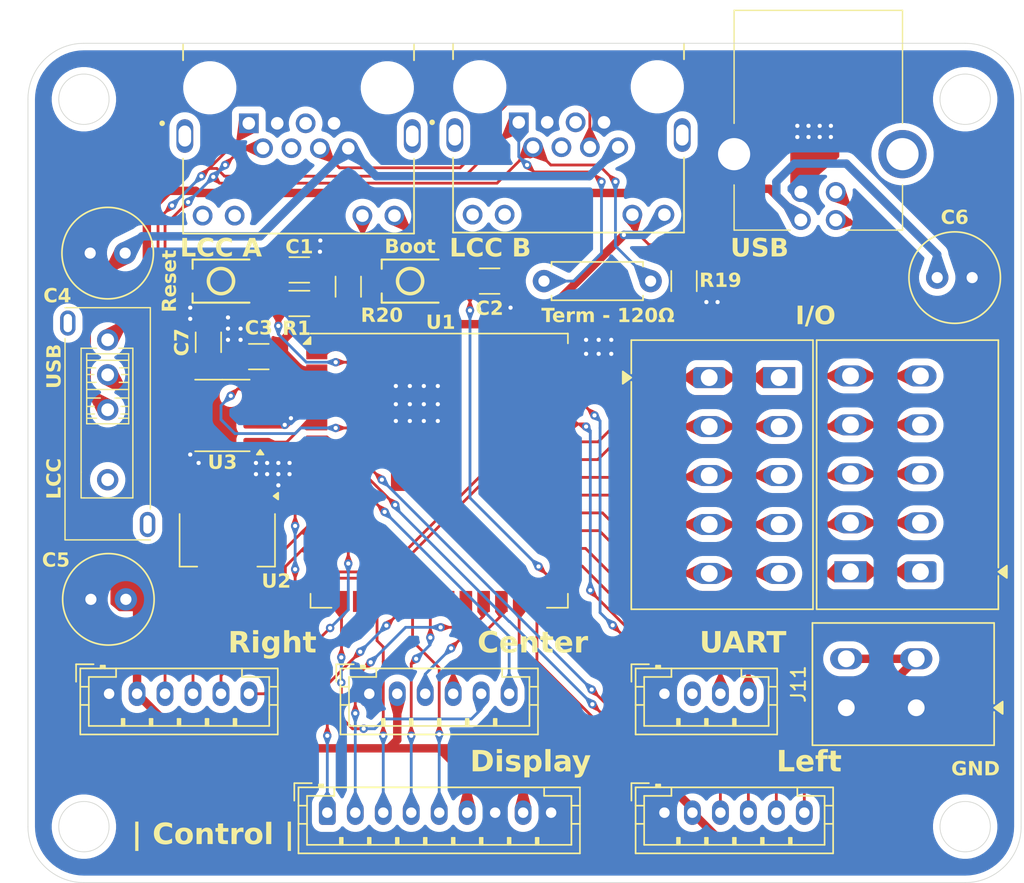
<source format=kicad_pcb>
(kicad_pcb (version 20241229) (generator "pcbnew") (generator_version "9.0")
  (layers (0 "F.Cu" signal) (2 "B.Cu" signal) (13 "F.Paste" user) (15 "B.Paste" user) (5 "F.SilkS" user "F.Silkscreen") (7 "B.SilkS" user "B.Silkscreen") (1 "F.Mask" user) (3 "B.Mask" user) (25 "Edge.Cuts" user))
  (net 0 "")
  (net 1 "/EN")
  (net 2 "GND")
  (net 3 "Net-(U1-IO0)")
  (net 4 "+3.3V")
  (net 5 "+15V")
  (net 6 "+5V")
  (net 7 "/LED_D_C")
  (net 8 "/INT")
  (net 9 "/RESET_DSP")
  (net 10 "/A0")
  (net 11 "/SCK")
  (net 12 "/CS_DSP")
  (net 13 "/PICO")
  (net 14 "/CAN_L")
  (net 15 "/CAN_H")
  (net 16 "Net-(J3-Pad11)")
  (net 17 "Net-(J2-Pad11)")
  (net 18 "/USB_D+")
  (net 19 "/CAN_TXD")
  (net 20 "/CAN_RXD")
  (net 21 "/RXD0")
  (net 22 "/TXD0")
  (net 23 "/LED_D_L")
  (net 24 "/USB_D-")
  (net 25 "Net-(SW3-B)")
  (net 27 "/SCL")
  (net 28 "/SDA")
  (net 29 "/SW2_L")
  (net 30 "/SW1_L")
  (net 31 "/SW1_R")
  (net 32 "/SW2_R")
  (net 33 "/LED_D_R")
  (net 35 "/CAN_SHIELD")
  (net 43 "/GPIO5")
  (net 44 "/GPIO1")
  (net 45 "/GPIO2")
  (net 46 "/GPIO3")
  (net 47 "/GPIO4")
  (net 48 "/GPIO9")
  (net 49 "/GPIO8")
  (net 50 "/GPIO10")
  (net 52 "/POT_R")
  (net 53 "/POT_L")
  (net 54 "/GPIO7")
  (net 55 "/GPIO6")
  (footprint "footprints:TE Connectivity_292304_USB_B" (layer "F.Cu") (at 112.5 56.925 180)
    (property "Reference" "J1" (hide yes))
    (property "Value" "USB_B" (hide yes))
  )
  (footprint "Capacitor_THT:C_Radial_D6.3mm_H7.0mm_P2.50mm" (layer "F.Cu") (at 62.95 64 180)
    (property "Reference" "C4")
    (property "Value" "100u")
  )
  (footprint "Capacitor_THT:C_Radial_D6.3mm_H7.0mm_P2.50mm" (layer "F.Cu") (at 63 88.75 180)
    (property "Reference" "C5")
    (property "Value" "100u")
  )
  (footprint "Resistor_SMD:R_1206_3216Metric" (layer "F.Cu") (at 78.9 66.4 90)
    (property "Reference" "R20")
    (property "Value" "150")
  )
  (footprint "Capacitor_SMD:C_1206_3216Metric" (layer "F.Cu") (at 72.5 71.4 180)
    (property "Reference" "C3")
    (property "Value" "100n")
  )
  (footprint "Connector_JST:JST_PH_B6B-PH-K_1x06_P2.00mm_Vertical" (layer "F.Cu") (at 80.4 95.5)
    (property "Reference" "J6" (hide yes))
    (property "Value" "JST PH")
  )
  (footprint "Capacitor_THT:C_Radial_D6.3mm_H7.0mm_P2.50mm" (layer "F.Cu") (at 121 65.75)
    (property "Reference" "C6")
    (property "Value" "100u")
  )
  (footprint "footprints:SW-SMD_L3.9-W3.0-P4.45" (layer "F.Cu") (at 69.8 66)
    (property "Reference" "SW1" (hide yes))
    (property "Value" "Reset")
  )
  (footprint "Capacitor_SMD:C_1206_3216Metric" (layer "F.Cu") (at 75.4 65.2)
    (property "Reference" "C1")
    (property "Value" "100n")
  )
  (footprint "Resistor_SMD:R_1206_3216Metric" (layer "F.Cu") (at 102.9 66 90)
    (property "Reference" "R19")
    (property "Value" "150")
  )
  (footprint "Capacitor_SMD:C_1206_3216Metric" (layer "F.Cu") (at 89 66)
    (property "Reference" "C2")
    (property "Value" "100n")
  )
  (footprint "footprints:PHOENIX_1337243" (layer "F.Cu") (at 102.899 46.78 180)
    (property "Reference" "J3" (hide yes))
    (property "Value" "RJ45_LED_Shielded")
  )
  (footprint "Package_TO_SOT_SMD:SOT-223-3_TabPin2" (layer "F.Cu") (at 70.25 84.5 -90)
    (property "Reference" "U2")
    (property "Value" "AMS1117-3.3")
  )
  (footprint "footprints:SW-SMD_L3.9-W3.0-P4.45" (layer "F.Cu") (at 83.32 66)
    (property "Reference" "SW2" (hide yes))
    (property "Value" "Boot")
  )
  (footprint "footprints:SW-TH_SS13E05LX" (layer "F.Cu") (at 61.7 76.2 -90)
    (property "Reference" "SW3" (hide yes))
    (property "Value" "PWR Sel")
  )
  (footprint "footprints:TerminalBlock_WAGO_2601-3105_1x05_P3.50mm_Vertical" (layer "F.Cu") (at 104.7 72.9 -90)
    (property "Reference" "J4" (hide yes))
    (property "Value" "Conn_01x07")
  )
  (footprint "Connector_JST:JST_PH_B6B-PH-K_1x06_P2.00mm_Vertical" (layer "F.Cu") (at 61.8 95.5)
    (property "Reference" "J8" (hide yes))
    (property "Value" "JST PH")
  )
  (footprint "Package_SO:SOIC-8_3.9x4.9mm_P1.27mm" (layer "F.Cu") (at 69.9 75.605 180)
    (property "Reference" "U3")
    (property "Value" "TJA1051T")
  )
  (footprint "Capacitor_SMD:C_1206_3216Metric" (layer "F.Cu") (at 68.9 70.375 90)
    (property "Reference" "C7")
    (property "Value" "100n")
  )
  (footprint "Connector_JST:JST_PH_B6B-PH-K_1x06_P2.00mm_Vertical" (layer "F.Cu") (at 101.5 104)
    (property "Reference" "J7" (hide yes))
    (property "Value" "JST PH")
  )
  (footprint "Connector_JST:JST_PH_B9B-PH-K_1x09_P2.00mm_Vertical" (layer "F.Cu") (at 77.4 104)
    (property "Reference" "J9" (hide yes))
    (property "Value" "JST PH")
  )
  (footprint "footprints:PHOENIX_1337243" (layer "F.Cu") (at 83.599 46.85 180)
    (property "Reference" "J2" (hide yes))
    (property "Value" "RJ45_LED_Shielded")
  )
  (footprint "Resistor_THT:R_Axial_DIN0207_L6.3mm_D2.5mm_P7.62mm_Horizontal" (layer "F.Cu") (at 92.89 66)
    (property "Reference" "R2" (hide yes))
    (property "Value" "120")
  )
  (footprint "footprints:TerminalBlock_WAGO_2601-3102_1x02_P3.50mm_Vertical" (layer "F.Cu") (at 119.5 96.5 90)
    (property "Reference" "J11")
    (property "Value" "Conn_01x02")
  )
  (footprint "Resistor_SMD:R_1206_3216Metric" (layer "F.Cu") (at 75.4 67.6 180)
    (property "Reference" "R1")
    (property "Value" "10k")
  )
  (footprint "footprints:TerminalBlock_WAGO_2601-3105_1x05_P3.50mm_Vertical" (layer "F.Cu") (at 119.801 86.78 90)
    (property "Reference" "J5" (hide yes))
    (property "Value" "Conn_01x07")
  )
  (footprint "Connector_JST:JST_PH_B4B-PH-K_1x04_P2.00mm_Vertical" (layer "F.Cu") (at 101.5 95.5)
    (property "Reference" "J10" (hide yes))
    (property "Value" "JST PH")
  )
  (footprint "footprints:ESP32-S3-WROOM-1U" (layer "F.Cu") (at 85.4 79.55)
    (property "Reference" "U1")
    (property "Value" "ESP32-S3-WROOM-1")
  )
  (gr_line (start 56 105) (end 56 53) (stroke (width 0.05)) (layer "Edge.Cuts"))
  (gr_circle (center 123 105) (end 124.8 105) (stroke (width 0.05)) (fill no) (layer "Edge.Cuts"))
  (gr_arc (start 60 109) (mid 57.171573 107.828427) (end 56 105) (stroke (width 0.05)) (layer "Edge.Cuts"))
  (gr_circle (center 60 53) (end 61.8 53) (stroke (width 0.05)) (fill no) (layer "Edge.Cuts"))
  (gr_arc (start 56 53) (mid 57.171573 50.171573) (end 60 49) (stroke (width 0.05)) (layer "Edge.Cuts"))
  (gr_line (start 127 53) (end 127 105) (stroke (width 0.05)) (layer "Edge.Cuts"))
  (gr_line (start 60 49) (end 123 49) (stroke (width 0.05)) (layer "Edge.Cuts"))
  (gr_arc (start 123 49) (mid 125.828427 50.171573) (end 127 53) (stroke (width 0.05)) (layer "Edge.Cuts"))
  (gr_line (start 123 109) (end 60 109) (stroke (width 0.05)) (layer "Edge.Cuts"))
  (gr_circle (center 60 105) (end 61.8 105) (stroke (width 0.05)) (fill no) (layer "Edge.Cuts"))
  (gr_circle (center 123 53) (end 124.8 53) (stroke (width 0.05)) (fill no) (layer "Edge.Cuts"))
  (gr_arc (start 127 105) (mid 125.828427 107.828427) (end 123 109) (stroke (width 0.05)) (layer "Edge.Cuts"))
  (gr_text "Display" (at 87.6 101.3 0) (layer "F.SilkS") (effects (font (size 1.5 1.5) (thickness 0.2) (bold yes)) (justify left bottom)))
  (gr_text "| Control |" (at 63.4 106.5 0) (layer "F.SilkS") (effects (font (size 1.5 1.5) (thickness 0.3) (bold yes) (italic yes)) (justify left bottom)))
  (gr_text "UART" (at 104 92.8 0) (layer "F.SilkS") (effects (font (size 1.5 1.5) (thickness 0.2) (bold yes)) (justify left bottom)))
  (gr_text "I/O" (at 112.3 69.3 0) (layer "F.SilkS") (effects (font (size 1.3 1.3) (thickness 0.2) (bold yes)) (justify bottom)))
  (gr_text "LCC B" (at 89.05 64.46 0) (layer "F.SilkS") (effects (font (size 1.3 1.3) (thickness 0.2) (bold yes)) (justify bottom)))
  (gr_text "Term - 120Ω" (at 92.7 69.1 0) (layer "F.SilkS") (effects (font (size 1 1) (thickness 0.1)) (justify left bottom)))
  (gr_text "Boot" (at 83.32 64.160977 0) (layer "F.SilkS") (effects (font (size 1 1) (thickness 0.1)) (justify bottom)))
  (gr_text "USB" (at 108.3 64.46 0) (layer "F.SilkS") (effects (font (size 1.3 1.3) (thickness 0.2) (bold yes)) (justify bottom)))
  (gr_text "USB" (at 58.5 73.7 90) (layer "F.SilkS") (effects (font (size 1 1) (thickness 0.3) (bold yes)) (justify left bottom)))
  (gr_text "Right" (at 70.3 92.8 0) (layer "F.SilkS") (effects (font (size 1.5 1.5) (thickness 0.2) (bold yes)) (justify left bottom)))
  (gr_text "Left" (at 109.5 101.3 0) (layer "F.SilkS") (effects (font (size 1.5 1.5) (thickness 0.2) (bold yes)) (justify left bottom)))
  (gr_text "Reset" (at 66.75 66 90) (layer "F.SilkS") (effects (font (size 1 1) (thickness 0.1)) (justify bottom)))
  (gr_text "GND" (at 122 101.5 0) (layer "F.SilkS") (effects (font (size 1 1) (thickness 0.2) (bold yes)) (justify left bottom)))
  (gr_text "LCC A" (at 69.8 64.46 0) (layer "F.SilkS") (effects (font (size 1.3 1.3) (thickness 0.2) (bold yes)) (justify bottom)))
  (gr_text "LCC" (at 58.5 81.6 90) (layer "F.SilkS") (effects (font (size 1 1) (thickness 0.3) (bold yes)) (justify left bottom)))
  (gr_text "Center" (at 88.127565 92.8 0) (layer "F.SilkS") (effects (font (size 1.5 1.5) (thickness 0.2) (bold yes)) (justify left bottom)))
  (segment (start 78 71.8) (end 78.8 71.8) (width 0.2) (layer "F.Cu") (net 1))
  (segment (start 73.9 69.2) (end 73.9 67.6375) (width 0.2) (layer "F.Cu") (net 1))
  (segment (start 73.925 67.5875) (end 73.9375 67.6) (width 0.2) (layer "F.Cu") (net 1))
  (segment (start 71.98 66) (end 73.725 66) (width 0.2) (layer "F.Cu") (net 1))
  (segment (start 79.2 72.2) (end 79.2 73.3) (width 0.2) (layer "F.Cu") (net 1))
  (segment (start 73.925 66.2) (end 73.925 67.5875) (width 0.2) (layer "F.Cu") (net 1))
  (segment (start 79.2 73.3) (end 78.82 73.68) (width 0.2) (layer "F.Cu") (net 1))
  (segment (start 73.925 65.2) (end 73.925 66.2) (width 0.2) (layer "F.Cu") (net 1))
  (segment (start 73.9 67.6375) (end 73.9375 67.6) (width 0.2) (layer "F.Cu") (net 1))
  (segment (start 73.725 66) (end 73.925 66.2) (width 0.2) (layer "F.Cu") (net 1))
  (segment (start 73.9375 69.1625) (end 73.9 69.2) (width 0.2) (layer "F.Cu") (net 1))
  (segment (start 78.8 71.8) (end 79.2 72.2) (width 0.2) (layer "F.Cu") (net 1))
  (segment (start 78.82 73.68) (end 76.65 73.68) (width 0.2) (layer "F.Cu") (net 1))
  (via (at 73.9 69.2) (size 0.6) (drill 0.3) (layers "F.Cu" "B.Cu") (net 1))
  (via (at 78 71.8) (size 0.6) (drill 0.3) (layers "F.Cu" "B.Cu") (net 1))
  (segment (start 73.9 69.8) (end 73.9 69.2) (width 0.2) (layer "B.Cu") (net 1))
  (segment (start 77.6 71.8) (end 78 71.8) (width 0.2) (layer "B.Cu") (net 1))
  (segment (start 75.9 71.8) (end 73.9 69.8) (width 0.2) (layer "B.Cu") (net 1))
  (segment (start 77.6 71.8) (end 75.9 71.8) (width 0.2) (layer "B.Cu") (net 1))
  (segment (start 102.9 67.4625) (end 102.9375 67.5) (width 0.6) (layer "F.Cu") (net 2))
  (segment (start 90.475 67.875) (end 90.5 67.9) (width 0.2) (layer "F.Cu") (net 2))
  (segment (start 78.075 66.4) (end 76.875 65.2) (width 0.6) (layer "F.Cu") (net 2))
  (segment (start 76.875 65.2) (end 76.875 63.9) (width 0.6) (layer "F.Cu") (net 2))
  (segment (start 74.8 75.834251) (end 74.8 75.8) (width 0.6) (layer "F.Cu") (net 2))
  (segment (start 81.14 66) (end 80.1 66) (width 0.6) (layer "F.Cu") (net 2))
  (segment (start 78.075 67.0375) (end 78.075 66.4) (width 0.6) (layer "F.Cu") (net 2))
  (segment (start 74.319921 76.24) (end 74.357086 76.277165) (width 0.6) (layer "F.Cu") (net 2))
  (segment (start 90.475 66) (end 90.475 67.875) (width 0.2) (layer "F.Cu") (net 2))
  (segment (start 76.875 63.125) (end 76.9 63.1) (width 0.6) (layer "F.Cu") (net 2))
  (segment (start 67.62 67.5) (end 67.62 68.08) (width 0.2) (layer "F.Cu") (net 2))
  (segment (start 74.06 76.24) (end 74.319921 76.24) (width 0.6) (layer "F.Cu") (net 2))
  (segment (start 67.62 68.08) (end 67.6 68.1) (width 0.2) (layer "F.Cu") (net 2))
  (segment (start 102.9375 67.5) (end 104.5 67.5) (width 0.6) (layer "F.Cu") (net 2))
  (segment (start 76.875 63.9) (end 76.875 63.125) (width 0.6) (layer "F.Cu") (net 2))
  (segment (start 78.9 67.8625) (end 78.075 67.0375) (width 0.6) (layer "F.Cu") (net 2))
  (segment (start 79.7 66.4) (end 78.075 66.4) (width 0.6) (layer "F.Cu") (net 2))
  (segment (start 80.1 66) (end 79.7 66.4) (width 0.6) (layer "F.Cu") (net 2))
  (segment (start 72.375 76.24) (end 74.06 76.24) (width 0.6) (layer "F.Cu") (net 2))
  (segment (start 74.357086 76.277165) (end 74.8 75.834251) (width 0.6) (layer "F.Cu") (net 2))
  (segment (start 67.62 66) (end 67.62 67.5) (width 0.2) (layer "F.Cu") (net 2))
  (segment (start 104.5 67.5) (end 105.3 67.5) (width 0.6) (layer "F.Cu") (net 2))
  (via (at 111.8 54.9) (size 0.6) (drill 0.3) (layers "F.Cu" "B.Cu") (net 2))
  (via (at 97.7 71.2) (size 0.6) (drill 0.3) (layers "F.Cu" "B.Cu") (net 2))
  (via (at 85.3 76) (size 0.6) (drill 0.3) (layers "F.Cu" "B.Cu") (net 2))
  (via (at 73.1 79.8) (size 0.6) (drill 0.3) (layers "F.Cu" "B.Cu") (net 2))
  (via (at 95.9 70.2) (size 0.6) (drill 0.3) (layers "F.Cu" "B.Cu") (net 2))
  (via (at 84.3 73.5) (size 0.6) (drill 0.3) (layers "F.Cu" "B.Cu") (net 2))
  (via (at 82.3 73.5) (size 0.6) (drill 0.3) (layers "F.Cu" "B.Cu") (net 2))
  (via (at 73.1 79) (size 0.6) (drill 0.3) (layers "F.Cu" "B.Cu") (net 2))
  (via (at 84.3 74.8) (size 0.6) (drill 0.3) (layers "F.Cu" "B.Cu") (net 2))
  (via (at 95.9 71.2) (size 0.6) (drill 0.3) (layers "F.Cu" "B.Cu") (net 2))
  (via (at 83.3 76) (size 0.6) (drill 0.3) (layers "F.Cu" "B.Cu") (net 2))
  (via (at 67.6 67.9) (size 0.6) (drill 0.3) (layers "F.Cu" "B.Cu") (net 2))
  (via (at 74.7 79.8) (size 0.6) (drill 0.3) (layers "F.Cu" "B.Cu") (net 2))
  (via (at 96.8 71.2) (size 0.6) (drill 0.3) (layers "F.Cu" "B.Cu") (net 2))
  (via (at 70.3 70.2) (size 0.6) (drill 0.3) (layers "F.Cu" "B.Cu") (net 2))
  (via (at 70.3 69.4) (size 0.6) (drill 0.3) (layers "F.Cu" "B.Cu") (net 2))
  (via (at 113.4 55.7) (size 0.6) (drill 0.3) (layers "F.Cu" "B.Cu") (net 2))
  (via (at 83.3 73.5) (size 0.6) (drill 0.3) (layers "F.Cu" "B.Cu") (net 2))
  (via (at 85.3 74.8) (size 0.6) (drill 0.3) (layers "F.Cu" "B.Cu") (net 2))
  (via (at 73.9 80.6) (size 0.6) (drill 0.3) (layers "F.Cu" "B.Cu") (net 2))
  (via (at 71.2 70.2) (size 0.6) (drill 0.3) (layers "F.Cu" "B.Cu") (net 2))
  (via (at 82.3 74.8) (size 0.6) (drill 0.3) (layers "F.Cu" "B.Cu") (net 2))
  (via (at 83.3 74.8) (size 0.6) (drill 0.3) (layers "F.Cu" "B.Cu") (net 2))
  (via (at 68.2 79) (size 0.6) (drill 0.3) (layers "F.Cu" "B.Cu") (net 2))
  (via (at 111 54.9) (size 0.6) (drill 0.3) (layers "F.Cu" "B.Cu") (net 2))
  (via (at 85.3 73.5) (size 0.6) (drill 0.3) (layers "F.Cu" "B.Cu") (net 2))
  (via (at 111.8 55.7) (size 0.6) (drill 0.3) (layers "F.Cu" "B.Cu") (net 2))
  (via (at 74.357086 76.277165) (size 0.6) (drill 0.3) (layers "F.Cu" "B.Cu") (net 2))
  (via (at 71.2 69.4) (size 0.6) (drill 0.3) (layers "F.Cu" "B.Cu") (net 2))
  (via (at 104.5 67.5) (size 0.6) (drill 0.3) (layers "F.Cu" "B.Cu") (net 2))
  (via (at 96.8 70.2) (size 0.6) (drill 0.3) (layers "F.Cu" "B.Cu") (net 2))
  (via (at 84.3 76) (size 0.6) (drill 0.3) (layers "F.Cu" "B.Cu") (net 2))
  (via (at 67.6 68.7) (size 0.6) (drill 0.3) (layers "F.Cu" "B.Cu") (net 2))
  (via (at 67.6 78.4) (size 0.6) (drill 0.3) (layers "F.Cu" "B.Cu") (net 2))
  (via (at 90.5 67.9) (size 0.6) (drill 0.3) (layers "F.Cu" "B.Cu") (net 2))
  (via (at 112.6 54.9) (size 0.6) (drill 0.3) (layers "F.Cu" "B.Cu") (net 2))
  (via (at 111 55.7) (size 0.6) (drill 0.3) (layers "F.Cu" "B.Cu") (net 2))
  (via (at 113.4 54.9) (size 0.6) (drill 0.3) (layers "F.Cu" "B.Cu") (net 2))
  (via (at 112.6 55.7) (size 0.6) (drill 0.3) (layers "F.Cu" "B.Cu") (net 2))
  (via (at 74.8 75.8) (size 0.6) (drill 0.3) (layers "F.Cu" "B.Cu") (net 2))
  (via (at 105.3 67.5) (size 0.6) (drill 0.3) (layers "F.Cu" "B.Cu") (net 2))
  (via (at 76.875 63.9) (size 0.6) (drill 0.3) (layers "F.Cu" "B.Cu") (net 2))
  (via (at 76.9 63.1) (size 0.6) (drill 0.3) (layers "F.Cu" "B.Cu") (net 2))
  (via (at 70.3 68.6) (size 0.6) (drill 0.3) (layers "F.Cu" "B.Cu") (net 2))
  (via (at 73.9 79.8) (size 0.6) (drill 0.3) (layers "F.Cu" "B.Cu") (net 2))
  (via (at 72.3 79.8) (size 0.6) (drill 0.3) (layers "F.Cu" "B.Cu") (net 2))
  (via (at 74.7 79) (size 0.6) (drill 0.3) (layers "F.Cu" "B.Cu") (net 2))
  (via (at 73.9 79) (size 0.6) (drill 0.3) (layers "F.Cu" "B.Cu") (net 2))
  (via (at 97.7 70.2) (size 0.6) (drill 0.3) (layers "F.Cu" "B.Cu") (net 2))
  (via (at 72.3 79) (size 0.6) (drill 0.3) (layers "F.Cu" "B.Cu") (net 2))
  (via (at 82.3 76) (size 0.6) (drill 0.3) (layers "F.Cu" "B.Cu") (net 2))
  (segment (start 87.6 66.075) (end 87.525 66) (width 0.2) (layer "F.Cu") (net 3))
  (segment (start 87.6 68.1) (end 87.6 66.075) (width 0.2) (layer "F.Cu") (net 3))
  (segment (start 93.75 87.65) (end 92.5 86.4) (width 0.2) (layer "F.Cu") (net 3))
  (segment (start 94.15 87.65) (end 93.75 87.65) (width 0.2) (layer "F.Cu") (net 3))
  (segment (start 87.525 66) (end 85.5 66) (width 0.2) (layer "F.Cu") (net 3))
  (via (at 87.6 68.1) (size 0.6) (drill 0.3) (layers "F.Cu" "B.Cu") (net 3))
  (via (at 92.5 86.4) (size 0.6) (drill 0.3) (layers "F.Cu" "B.Cu") (net 3))
  (segment (start 87.6 68.1) (end 87.6 81.5) (width 0.2) (layer "B.Cu") (net 3))
  (segment (start 87.6 81.5) (end 92.5 86.4) (width 0.2) (layer "B.Cu") (net 3))
  (segment (start 117 95.5) (end 119.5 93) (width 0.6) (layer "F.Cu") (net 4))
  (segment (start 91.4 101.4) (end 89.4 99.4) (width 0.6) (layer "F.Cu") (net 4))
  (segment (start 117 101.5) (end 117 95.5) (width 0.6) (layer "F.Cu") (net 4))
  (segment (start 101.2 101.4) (end 103.5 103.7) (width 0.6) (layer "F.Cu") (net 4))
  (segment (start 81.8 99.4) (end 82.4 99.4) (width 0.6) (layer "F.Cu") (net 4))
  (segment (start 81.61875 69.08125) (end 83.1 67.6) (width 0.6) (layer "F.Cu") (net 4))
  (segment (start 75.38125 69.08125) (end 81.61875 69.08125) (width 0.6) (layer "F.Cu") (net 4))
  (segment (start 85.4 99.4) (end 89.4 99.4) (width 0.6) (layer "F.Cu") (net 4))
  (segment (start 92.21875 69.08125) (end 93.1 68.2) (width 0.6) (layer "F.Cu") (net 4))
  (segment (start 95.5 99.4) (end 97.5 101.4) (width 0.6) (layer "F.Cu") (net 4))
  (segment (start 63.8 95.5) (end 63.8 89.3) (width 0.6) (layer "F.Cu") (net 4))
  (segment (start 82.4 99.4) (end 85.4 99.4) (width 0.6) (layer "F.Cu") (net 4))
  (segment (start 76.8625 67.6) (end 75.38125 69.08125) (width 0.6) (layer "F.Cu") (net 4))
  (segment (start 97.5 101.4) (end 101.2 101.4) (width 0.6) (layer "F.Cu") (net 4))
  (segment (start 103.5 104) (end 105.5 106) (width 0.6) (layer "F.Cu") (net 4))
  (segment (start 87.4 104) (end 87.4 101.4) (width 0.6) (layer "F.Cu") (net 4))
  (segment (start 103.5 103.7) (end 103.5 104) (width 0.6) (layer "F.Cu") (net 4))
  (segment (start 93.1 68.2) (end 98.6 62.7) (width 0.6) (layer "F.Cu") (net 4))
  (segment (start 74 70.4) (end 74.0625 70.4) (width 0.6) (layer "F.Cu") (net 4))
  (segment (start 89.4 99.4) (end 95.5 99.4) (width 0.6) (layer "F.Cu") (net 4))
  (segment (start 81.61875 69.08125) (end 86.18125 69.08125) (width 0.6) (layer "F.Cu") (net 4))
  (segment (start 112.5 106) (end 117 101.5) (width 0.6) (layer "F.Cu") (net 4))
  (segment (start 83.1 67.6) (end 83.1 62.221) (width 0.6) (layer "F.Cu") (net 4))
  (segment (start 86.18125 69.08125) (end 92.21875 69.08125) (width 0.6) (layer "F.Cu") (net 4))
  (segment (start 67.7 99.4) (end 81.8 99.4) (width 0.6) (layer "F.Cu") (net 4))
  (segment (start 87.4 101.4) (end 85.4 99.4) (width 0.6) (layer "F.Cu") (net 4))
  (segment (start 83.1 62.221) (end 82.199 61.32) (width 0.6) (layer "F.Cu") (net 4))
  (segment (start 91.4 104) (end 91.4 101.4) (width 0.6) (layer "F.Cu") (net 4))
  (segment (start 75.38125 69.08125) (end 74.0625 70.4) (width 0.6) (layer "F.Cu") (net 4))
  (segment (start 105.5 106) (end 112.5 106) (width 0.6) (layer "F.Cu") (net 4))
  (segment (start 114.5 93) (end 119.5 93) (width 0.6) (layer "F.Cu") (net 4))
  (segment (start 82.4 95.5) (end 82.4 98.8) (width 0.6) (layer "F.Cu") (net 4))
  (segment (start 82.4 98.8) (end 81.8 99.4) (width 0.6) (layer "F.Cu") (net 4))
  (segment (start 63.8 95.5) (end 67.7 99.4) (width 0.6) (layer "F.Cu") (net 4))
  (via (at 98.6 62.7) (size 0.6) (drill 0.3) (layers "F.Cu" "B.Cu") (net 4))
  (segment (start 98.6 62.7) (end 100.049 62.7) (width 0.6) (layer "B.Cu") (net 4))
  (segment (start 100.049 62.7) (end 101.499 61.25) (width 0.6) (layer "B.Cu") (net 4))
  (segment (start 61.7 75.2) (end 60.2 73.7) (width 0.6) (layer "F.Cu") (net 5))
  (segment (start 60.2 66.75) (end 62.95 64) (width 0.6) (layer "F.Cu") (net 5))
  (segment (start 60.2 73.7) (end 60.2 66.75) (width 0.6) (layer "F.Cu") (net 5))
  (segment (start 62.95 64) (end 64.15 62.8) (width 0.6) (layer "B.Cu") (net 5))
  (segment (start 80.9 58.5) (end 96.13 58.5) (width 0.6) (layer "B.Cu") (net 5))
  (segment (start 78.9 56.5) (end 80.9 58.5) (width 0.6) (layer "B.Cu") (net 5))
  (segment (start 72.6 62.8) (end 78.9 56.5) (width 0.6) (layer "B.Cu") (net 5))
  (segment (start 64.15 62.8) (end 72.6 62.8) (width 0.6) (layer "B.Cu") (net 5))
  (segment (start 96.13 58.5) (end 98.2 56.43) (width 0.6) (layer "B.Cu") (net 5))
  (segment (start 64.5 67.4) (end 61.7 70.2) (width 0.6) (layer "F.Cu") (net 6))
  (segment (start 68.15 59.7) (end 67.999 59.549) (width 0.6) (layer "F.Cu") (net 6))
  (segment (start 67.999 59.549) (end 66.051 59.549) (width 0.6) (layer "F.Cu") (net 6))
  (segment (start 109.015 59.4) (end 102.4 59.4) (width 0.6) (layer "F.Cu") (net 6))
  (segment (start 64.5 61.1) (end 64.5 67.4) (width 0.6) (layer "F.Cu") (net 6))
  (segment (start 66.051 59.549) (end 64.5 61.1) (width 0.6) (layer "F.Cu") (net 6))
  (segment (start 102.4 59.4) (end 102.1 59.7) (width 0.6) (layer "F.Cu") (net 6))
  (segment (start 111.25 61.635) (end 109.015 59.4) (width 0.6) (layer "F.Cu") (net 6))
  (segment (start 102.1 59.7) (end 68.15 59.7) (width 0.6) (layer "F.Cu") (net 6))
  (segment (start 110.8 57.6) (end 109.5 58.9) (width 0.6) (layer "B.Cu") (net 6))
  (segment (start 121 65.75) (end 121 64.1) (width 0.6) (layer "B.Cu") (net 6))
  (segment (start 111 61.885) (end 111.25 61.635) (width 0.6) (layer "B.Cu") (net 6))
  (segment (start 109.5 58.9) (end 109.5 59.885) (width 0.6) (layer "B.Cu") (net 6))
  (segment (start 114.5 57.6) (end 110.8 57.6) (width 0.6) (layer "B.Cu") (net 6))
  (segment (start 121 64.1) (end 114.5 57.6) (width 0.6) (layer "B.Cu") (net 6))
  (segment (start 111.2 61.685) (end 111.25 61.635) (width 0.6) (layer "B.Cu") (net 6))
  (segment (start 109.5 59.885) (end 111.25 61.635) (width 0.6) (layer "B.Cu") (net 6))
  (segment (start 79.03 80.03) (end 81.5 82.5) (width 0.2) (layer "F.Cu") (net 7))
  (segment (start 76.65 80.03) (end 79.03 80.03) (width 0.2) (layer "F.Cu") (net 7))
  (via (at 81.5 82.5) (size 0.6) (drill 0.3) (layers "F.Cu" "B.Cu") (net 7))
  (segment (start 81.5 82.5) (end 90.4 91.4) (width 0.2) (layer "B.Cu") (net 7))
  (segment (start 90.4 91.4) (end 90.4 95.5) (width 0.2) (layer "B.Cu") (net 7))
  (segment (start 79.2 98) (end 79.5 98) (width 0.2) (layer "F.Cu") (net 8))
  (segment (start 78.4 94.7) (end 78.4 95.8) (width 0.2) (layer "F.Cu") (net 8))
  (segment (start 79.5 98) (end 80 98) (width 0.2) (layer "F.Cu") (net 8))
  (segment (start 78.4 96) (end 78.4 97.2) (width 0.2) (layer "F.Cu") (net 8))
  (segment (start 78.415 88.9) (end 78.415 90.285) (width 0.2) (layer "F.Cu") (net 8))
  (segment (start 78.415 90.285) (end 78.415 92.215) (width 0.2) (layer "F.Cu") (net 8))
  (segment (start 78.4 97.2) (end 79.2 98) (width 0.2) (layer "F.Cu") (net 8))
  (segment (start 78.4 95.8) (end 78.4 96) (width 0.2) (layer "F.Cu") (net 8))
  (segment (start 78.415 92.215) (end 78.415 92.885) (width 0.2) (layer "F.Cu") (net 8))
  (segment (start 78.415 92.885) (end 78.4 92.9) (width 0.2) (layer "F.Cu") (net 8))
  (via (at 78.4 92.9) (size 0.6) (drill 0.3) (layers "F.Cu" "B.Cu") (net 8))
  (via (at 78.4 94.7) (size 0.6) (drill 0.3) (layers "F.Cu" "B.Cu") (net 8))
  (via (at 80 98) (size 0.6) (drill 0.3) (layers "F.Cu" "B.Cu") (net 8))
  (segment (start 80 98) (end 80.8 98) (width 0.2) (layer "B.Cu") (net 8))
  (segment (start 88.4 96.6) (end 88.4 95.5) (width 0.2) (layer "B.Cu") (net 8))
  (segment (start 81.5 97.3) (end 87.7 97.3) (width 0.2) (layer "B.Cu") (net 8))
  (segment (start 78.4 92.9) (end 78.4 94.7) (width 0.2) (layer "B.Cu") (net 8))
  (segment (start 87.7 97.3) (end 88.4 96.6) (width 0.2) (layer "B.Cu") (net 8))
  (segment (start 80.8 98) (end 81.5 97.3) (width 0.2) (layer "B.Cu") (net 8))
  (segment (start 85.5 90.75) (end 86.405 90.75) (width 0.2) (layer "F.Cu") (net 9))
  (segment (start 79.4 96.9) (end 79.4 94.35) (width 0.2) (layer "F.Cu") (net 9))
  (segment (start 87.305 89.85) (end 87.305 88.9) (width 0.2) (layer "F.Cu") (net 9))
  (segment (start 86.405 90.75) (end 87.305 89.85) (width 0.2) (layer "F.Cu") (net 9))
  (segment (start 79.4 94.35) (end 80.5 93.25) (width 0.2) (layer "F.Cu") (net 9))
  (via (at 79.4 96.9) (size 0.6) (drill 0.3) (layers "F.Cu" "B.Cu") (net 9))
  (via (at 85.5 90.75) (size 0.6) (drill 0.3) (layers "F.Cu" "B.Cu") (net 9))
  (via (at 80.5 93.25) (size 0.6) (drill 0.3) (layers "F.Cu" "B.Cu") (net 9))
  (segment (start 79.4 96.9) (end 79.4 104) (width 0.2) (layer "B.Cu") (net 9))
  (segment (start 80.5 93.25) (end 83 90.75) (width 0.2) (layer "B.Cu") (net 9))
  (segment (start 83 90.75) (end 85.5 90.75) (width 0.2) (layer "B.Cu") (net 9))
  (segment (start 81.399265 93.199265) (end 81.4 93.2) (width 0.2) (layer "F.Cu") (net 10))
  (segment (start 81.4 92.15) (end 80.955 91.705) (width 0.2) (layer "F.Cu") (net 10))
  (segment (start 81.4 93.19853) (end 81.399265 93.199265) (width 0.2) (layer "F.Cu") (net 10))
  (segment (start 81.4 93.2) (end 81.4 98.5) (width 0.2) (layer "F.Cu") (net 10))
  (segment (start 80.955 91.705) (end 80.955 88.9) (width 0.2) (layer "F.Cu") (net 10))
  (segment (start 81.4 92.15) (end 81.4 93.19853) (width 0.2) (layer "F.Cu") (net 10))
  (via (at 81.4 98.5) (size 0.6) (drill 0.3) (layers "F.Cu" "B.Cu") (net 10))
  (segment (start 81.4 98.5) (end 81.4 104) (width 0.2) (layer "B.Cu") (net 10))
  (segment (start 83.5 93.25) (end 83.75 93) (width 0.2) (layer "F.Cu") (net 11))
  (segment (start 83.4 93.35) (end 83.5 93.25) (width 0.2) (layer "F.Cu") (net 11))
  (segment (start 84.765 88.9) (end 84.765 91.485) (width 0.2) (layer "F.Cu") (net 11))
  (segment (start 83.4 93.35) (end 83.4 98.5) (width 0.2) (layer "F.Cu") (net 11))
  (segment (start 84.765 91.485) (end 84.75 91.5) (width 0.2) (layer "F.Cu") (net 11))
  (via (at 84.765 91.485) (size 0.6) (drill 0.3) (layers "F.Cu" "B.Cu") (net 11))
  (via (at 83.4 98.5) (size 0.6) (drill 0.3) (layers "F.Cu" "B.Cu") (net 11))
  (via (at 83.75 93) (size 0.6) (drill 0.3) (layers "F.Cu" "B.Cu") (net 11))
  (segment (start 83.75 93) (end 84.75 92) (width 0.2) (layer "B.Cu") (net 11))
  (segment (start 84.75 91.5) (end 84.765 91.485) (width 0.2) (layer "B.Cu") (net 11))
  (segment (start 83.4 98.5) (end 83.4 104) (width 0.2) (layer "B.Cu") (net 11))
  (segment (start 84.75 92) (end 84.75 91.5) (width 0.2) (layer "B.Cu") (net 11))
  (segment (start 77.4 94.85) (end 77.4 98.5) (width 0.2) (layer "F.Cu") (net 12))
  (segment (start 82.225 90.025) (end 82.225 88.9) (width 0.2) (layer "F.Cu") (net 12))
  (segment (start 81.625 90.625) (end 82.225 90.025) (width 0.2) (layer "F.Cu") (net 12))
  (segment (start 77.4 94.85) (end 79.75 92.5) (width 0.2) (layer "F.Cu") (net 12))
  (via (at 77.4 98.5) (size 0.6) (drill 0.3) (layers "F.Cu" "B.Cu") (net 12))
  (via (at 79.75 92.5) (size 0.6) (drill 0.3) (layers "F.Cu" "B.Cu") (net 12))
  (via (at 81.625 90.625) (size 0.6) (drill 0.3) (layers "F.Cu" "B.Cu") (net 12))
  (segment (start 79.75 92.5) (end 81.625 90.625) (width 0.2) (layer "B.Cu") (net 12))
  (segment (start 77.4 98.5) (end 77.4 104) (width 0.2) (layer "B.Cu") (net 12))
  (segment (start 85.4 93.65) (end 83.495 91.745) (width 0.2) (layer "F.Cu") (net 13))
  (segment (start 83.495 91.745) (end 83.495 88.9) (width 0.2) (layer "F.Cu") (net 13))
  (segment (start 85.4 93.65) (end 85.4 98.4) (width 0.2) (layer "F.Cu") (net 13))
  (via (at 85.4 98.4) (size 0.6) (drill 0.3) (layers "F.Cu" "B.Cu") (net 13))
  (segment (start 85.4 98.4) (end 85.4 104) (width 0.2) (layer "B.Cu") (net 13))
  (segment (start 69.7 59) (end 69.25 58.55) (width 0.2) (layer "F.Cu") (net 14))
  (segment (start 96.8 57.7) (end 93.374 57.7) (width 0.2) (layer "F.Cu") (net 14))
  (segment (start 71.3 56.5) (end 72.804 56.5) (width 0.2) (layer "F.Cu") (net 14))
  (segment (start 93.374 57.7) (end 92.104 56.43) (width 0.2) (layer "F.Cu") (net 14))
  (segment (start 70.1 57.7) (end 71.3 56.5) (width 0.2) (layer "F.Cu") (net 14))
  (segment (start 66.27 74.97) (end 67.425 74.97) (width 0.2) (layer "F.Cu") (net 14))
  (segment (start 89.534 59) (end 69.7 59) (width 0.2) (layer "F.Cu") (net 14))
  (segment (start 65.8 74.5) (end 66.27 74.97) (width 0.2) (layer "F.Cu") (net 14))
  (segment (start 98 58.9) (end 96.8 57.7) (width 0.2) (layer "F.Cu") (net 14))
  (segment (start 92.104 56.43) (end 89.534 59) (width 0.2) (layer "F.Cu") (net 14))
  (segment (start 67.45 60.35) (end 65.8 62) (width 0.2) (layer "F.Cu") (net 14))
  (segment (start 65.8 62) (end 65.8 74.5) (width 0.2) (layer "F.Cu") (net 14))
  (via (at 70.1 57.7) (size 0.6) (drill 0.3) (layers "F.Cu" "B.Cu") (net 14))
  (via (at 67.45 60.35) (size 0.6) (drill 0.3) (layers "F.Cu" "B.Cu") (net 14))
  (via (at 98 58.9) (size 0.6) (drill 0.3) (layers "F.Cu" "B.Cu") (net 14))
  (via (at 69.25 58.55) (size 0.6) (drill 0.3) (layers "F.Cu" "B.Cu") (net 14))
  (segment (start 69.25 58.55) (end 70.1 57.7) (width 0.2) (layer "B.Cu") (net 14))
  (segment (start 67.45 60.35) (end 69.25 58.55) (width 0.2) (layer "B.Cu") (net 14))
  (segment (start 98 63.49) (end 98 58.9) (width 0.2) (layer "B.Cu") (net 14))
  (segment (start 100.51 66) (end 98 63.49) (width 0.2) (layer "B.Cu") (net 14))
  (segment (start 68.4 58.5) (end 68.951 57.949) (width 0.2) (layer "F.Cu") (net 15))
  (segment (start 65.3 74.8) (end 66.74 76.24) (width 0.2) (layer "F.Cu") (net 15))
  (segment (start 68.4 58.5) (end 71.788 55.112) (width 0.2) (layer "F.Cu") (net 15))
  (segment (start 96.3 58.2) (end 92.182527 58.2) (width 0.2) (layer "F.Cu") (net 15))
  (segment (start 66.74 76.24) (end 67.425 76.24) (width 0.2) (layer "F.Cu") (net 15))
  (segment (start 87.238 58.5) (end 91.088 54.65) (width 0.2) (layer "F.Cu") (net 15))
  (segment (start 71.788 55.112) (end 71.788 54.72) (width 0.2) (layer "F.Cu") (net 15))
  (segment (start 70.050057 58.5) (end 87.238 58.5) (width 0.2) (layer "F.Cu") (net 15))
  (segment (start 68.951 57.949) (end 69.499057 57.949) (width 0.2) (layer "F.Cu") (net 15))
  (segment (start 65.3 61.6) (end 65.3 74.8) (width 0.2) (layer "F.Cu") (net 15))
  (segment (start 69.499057 57.949) (end 70.050057 58.5) (width 0.2) (layer "F.Cu") (net 15))
  (segment (start 92.182527 58.2) (end 91.682527 57.7) (width 0.2) (layer "F.Cu") (net 15))
  (segment (start 65.3 61.6) (end 66.3 60.6) (width 0.2) (layer "F.Cu") (net 15))
  (segment (start 97 58.9) (end 96.3 58.2) (width 0.2) (layer "F.Cu") (net 15))
  (via (at 68.4 58.5) (size 0.6) (drill 0.3) (layers "F.Cu" "B.Cu") (net 15))
  (via (at 97 58.9) (size 0.6) (drill 0.3) (layers "F.Cu" "B.Cu") (net 15))
  (via (at 66.3 60.6) (size 0.6) (drill 0.3) (layers "F.Cu" "B.Cu") (net 15))
  (via (at 91.682527 57.7) (size 0.6) (drill 0.3) (layers "F.Cu" "B.Cu") (net 15))
  (segment (start 95 66) (end 96.8 64.2) (width 0.2) (layer "B.Cu") (net 15))
  (segment (start 91.682527 57.7) (end 91.088 57.105473) (width 0.2) (layer "B.Cu") (net 15))
  (segment (start 96.8 64.2) (end 97 64) (width 0.2) (layer "B.Cu") (net 15))
  (segment (start 91.088 57.105473) (end 91.088 54.65) (width 0.2) (layer "B.Cu") (net 15))
  (segment (start 92.89 66) (end 95 66) (width 0.2) (layer "B.Cu") (net 15))
  (segment (start 97 64) (end 97 58.9) (width 0.2) (layer "B.Cu") (net 15))
  (segment (start 66.3 60.6) (end 68.4 58.5) (width 0.2) (layer "B.Cu") (net 15))
  (segment (start 102.9 63.9) (end 102.4 63.4) (width 0.2) (layer "F.Cu") (net 16))
  (segment (start 102.4 63.4) (end 100.4 63.4) (width 0.2) (layer "F.Cu") (net 16))
  (segment (start 99.209 62.209) (end 99.209 61.25) (width 0.2) (layer "F.Cu") (net 16))
  (segment (start 100.4 63.4) (end 99.209 62.209) (width 0.2) (layer "F.Cu") (net 16))
  (segment (start 102.9 64.5375) (end 102.9 63.9) (width 0.2) (layer "F.Cu") (net 16))
  (segment (start 79.909 62.691) (end 79.909 61.32) (width 0.2) (layer "F.Cu") (net 17))
  (segment (start 78.9 63.7) (end 79.909 62.691) (width 0.2) (layer "F.Cu") (net 17))
  (segment (start 78.9 64.9375) (end 78.9 63.7) (width 0.2) (layer "F.Cu") (net 17))
  (segment (start 77.775001 87.65) (end 78.185001 87.24) (width 0.2) (layer "F.Cu") (net 18))
  (segment (start 89.325 73.793198) (end 93.893198 69.225) (width 0.2) (layer "F.Cu") (net 18))
  (segment (start 115.867049 65.793198) (end 115.867049 61.752049) (width 0.2) (layer "F.Cu") (net 18))
  (segment (start 93.893198 69.225) (end 112.435246 69.225) (width 0.2) (layer "F.Cu") (net 18))
  (segment (start 112.435246 69.225) (end 112.530123 69.130123) (width 0.2) (layer "F.Cu") (net 18))
  (segment (start 89.325 79.593198) (end 89.325 73.793198) (width 0.2) (layer "F.Cu") (net 18))
  (segment (start 81.678198 87.24) (end 89.325 79.593198) (width 0.2) (layer "F.Cu") (net 18))
  (segment (start 115.867049 61.752049) (end 113.75 59.635) (width 0.2) (layer "F.Cu") (net 18))
  (segment (start 76.65 87.65) (end 77.775001 87.65) (width 0.2) (layer "F.Cu") (net 18))
  (segment (start 112.530123 69.130123) (end 115.867049 65.793198) (width 0.2) (layer "F.Cu") (net 18))
  (segment (start 112.435247 69.225) (end 112.530123 69.130123) (width 0.2) (layer "F.Cu") (net 18))
  (segment (start 78.185001 87.24) (end 81.678198 87.24) (width 0.2) (layer "F.Cu") (net 18))
  (segment (start 72.375 77.51) (end 74.49 77.51) (width 0.2) (layer "F.Cu") (net 19))
  (segment (start 75.78 76.22) (end 76.65 76.22) (width 0.2) (layer "F.Cu") (net 19))
  (segment (start 74.49 77.51) (end 75.78 76.22) (width 0.2) (layer "F.Cu") (net 19))
  (segment (start 72.375 73.7) (end 71 73.7) (width 0.2) (layer "F.Cu") (net 20))
  (segment (start 79.05 74.95) (end 79.3 75.2) (width 0.2) (layer "F.Cu") (net 20))
  (segment (start 79.3 76.2) (end 79 76.5) (width 0.2) (layer "F.Cu") (net 20))
  (segment (start 76.65 74.95) (end 79.05 74.95) (width 0.2) (layer "F.Cu") (net 20))
  (segment (start 79.3 75.2) (end 79.3 76.2) (width 0.2) (layer "F.Cu") (net 20))
  (segment (start 71 73.7) (end 70.5 74.2) (width 0.2) (layer "F.Cu") (net 20))
  (segment (start 79 76.5) (end 78 76.5) (width 0.2) (layer "F.Cu") (net 20))
  (via (at 78 76.5) (size 0.6) (drill 0.3) (layers "F.Cu" "B.Cu") (net 20))
  (via (at 70.5 74.2) (size 0.6) (drill 0.3) (layers "F.Cu" "B.Cu") (net 20))
  (segment (start 69.8 74.9) (end 69.8 75.1) (width 0.2) (layer "B.Cu") (net 20))
  (segment (start 69.8 75.1) (end 69.8 75.9) (width 0.2) (layer "B.Cu") (net 20))
  (segment (start 69.8 75.9) (end 69.9 76) (width 0.2) (layer "B.Cu") (net 20))
  (segment (start 70.5 74.2) (end 69.8 74.9) (width 0.2) (layer "B.Cu") (net 20))
  (segment (start 75.5 76.5) (end 75.1 76.9) (width 0.2) (layer "B.Cu") (net 20))
  (segment (start 78 76.5) (end 75.5 76.5) (width 0.2) (layer "B.Cu") (net 20))
  (segment (start 70.8 76.9) (end 70.4 76.5) (width 0.2) (layer "B.Cu") (net 20))
  (segment (start 69.9 76) (end 70.4 76.5) (width 0.2) (layer "B.Cu") (net 20))
  (segment (start 75.1 76.9) (end 70.8 76.9) (width 0.2) (layer "B.Cu") (net 20))
  (segment (start 107.5 95.5) (end 107.5 93.7) (width 0.2) (layer "F.Cu") (net 21))
  (segment (start 99.249943 91.2) (end 98.224971 90.175028) (width 0.2) (layer "F.Cu") (net 21))
  (segment (start 107.5 93.7) (end 105 91.2) (width 0.2) (layer "F.Cu") (net 21))
  (segment (start 98.224971 90.175028) (end 96.2 88.150057) (width 0.2) (layer "F.Cu") (net 21))
  (segment (start 105 91.2) (end 102.4 91.2) (width 0.2) (layer "F.Cu") (net 21))
  (segment (start 99.6 91.2) (end 99.249943 91.2) (width 0.2) (layer "F.Cu") (net 21))
  (segment (start 94.15 76.22) (end 95.72 76.22) (width 0.2) (layer "F.Cu") (net 21))
  (segment (start 96.2 88.150057) (end 96.2 88.1) (width 0.2) (layer "F.Cu") (net 21))
  (segment (start 102.4 91.2) (end 99.6 91.2) (width 0.2) (layer "F.Cu") (net 21))
  (segment (start 95.72 76.22) (end 95.9 76.4) (width 0.2) (layer "F.Cu") (net 21))
  (via (at 96.2 88.1) (size 0.6) (drill 0.3) (layers "F.Cu" "B.Cu") (net 21))
  (via (at 95.9 76.4) (size 0.6) (drill 0.3) (layers "F.Cu" "B.Cu") (net 21))
  (segment (start 96 76.5) (end 95.9 76.4) (width 0.2) (layer "B.Cu") (net 21))
  (segment (start 96.2 76.7) (end 96 76.5) (width 0.2) (layer "B.Cu") (net 21))
  (segment (start 96.2 88.1) (end 96.2 76.7) (width 0.2) (layer "B.Cu") (net 21))
  (segment (start 105.5 93.7) (end 103.5 91.7) (width 0.2) (layer "F.Cu") (net 22))
  (segment (start 103.5 91.7) (end 98.9 91.7) (width 0.2) (layer "F.Cu") (net 22))
  (segment (start 96.5 75.6) (end 95.85 74.95) (width 0.2) (layer "F.Cu") (net 22))
  (segment (start 95.85 74.95) (end 94.15 74.95) (width 0.2) (layer "F.Cu") (net 22))
  (segment (start 105.5 95.5) (end 105.5 93.7) (width 0.2) (layer "F.Cu") (net 22))
  (segment (start 98.9 91.7) (end 97.8 90.6) (width 0.2) (layer "F.Cu") (net 22))
  (via (at 97.8 90.6) (size 0.6) (drill 0.3) (layers "F.Cu" "B.Cu") (net 22))
  (via (at 96.5 75.6) (size 0.6) (drill 0.3) (layers "F.Cu" "B.Cu") (net 22))
  (segment (start 97.8 90.6) (end 96.9 89.7) (width 0.2) (layer "B.Cu") (net 22))
  (segment (start 96.9 76) (end 96.5 75.6) (width 0.2) (layer "B.Cu") (net 22))
  (segment (start 96.9 89.7) (end 96.9 88.5) (width 0.2) (layer "B.Cu") (net 22))
  (segment (start 96.9 76.5) (end 96.9 76) (width 0.2) (layer "B.Cu") (net 22))
  (segment (start 96.9 88.5) (end 96.9 76.5) (width 0.2) (layer "B.Cu") (net 22))
  (segment (start 96.35 96.25) (end 99.6 99.5) (width 0.2) (layer "F.Cu") (net 23))
  (segment (start 76.65 78.76) (end 79.01 78.76) (width 0.2) (layer "F.Cu") (net 23))
  (segment (start 109.5 104) (end 109.5 102.3) (width 0.2) (layer "F.Cu") (net 23))
  (segment (start 109.5 102.3) (end 106.7 99.5) (width 0.2) (layer "F.Cu") (net 23))
  (segment (start 79.01 78.76) (end 82.25 82) (width 0.2) (layer "F.Cu") (net 23))
  (segment (start 99.6 99.5) (end 106.7 99.5) (width 0.2) (layer "F.Cu") (net 23))
  (via (at 82.25 82) (size 0.6) (drill 0.3) (layers "F.Cu" "B.Cu") (net 23))
  (via (at 96.35 96.25) (size 0.6) (drill 0.3) (layers "F.Cu" "B.Cu") (net 23))
  (segment (start 96.35 96.25) (end 90.4329 90.3329) (width 0.2) (layer "B.Cu") (net 23))
  (segment (start 82.25 82.1829) (end 82.25 82) (width 0.2) (layer "B.Cu") (net 23))
  (segment (start 90.4 90.3329) (end 82.25 82.1829) (width 0.2) (layer "B.Cu") (net 23))
  (segment (start 90.4329 90.3329) (end 90.4 90.3329) (width 0.2) (layer "B.Cu") (net 23))
  (segment (start 115.417049 62.293198) (end 114.758851 61.635) (width 0.2) (layer "F.Cu") (net 24))
  (segment (start 76.65 86.38) (end 77.775001 86.38) (width 0.2) (layer "F.Cu") (net 24))
  (segment (start 88.875 73.606802) (end 93.706802 68.775) (width 0.2) (layer "F.Cu") (net 24))
  (segment (start 78.185001 86.79) (end 81.491802 86.79) (width 0.2) (layer "F.Cu") (net 24))
  (segment (start 88.875 79.406802) (end 88.875 73.606802) (width 0.2) (layer "F.Cu") (net 24))
  (segment (start 115.417049 65.606802) (end 115.417049 62.293198) (width 0.2) (layer "F.Cu") (net 24))
  (segment (start 112.248851 68.775) (end 115.417049 65.606802) (width 0.2) (layer "F.Cu") (net 24))
  (segment (start 77.775001 86.38) (end 78.185001 86.79) (width 0.2) (layer "F.Cu") (net 24))
  (segment (start 81.491802 86.79) (end 88.875 79.406802) (width 0.2) (layer "F.Cu") (net 24))
  (segment (start 114.758851 61.635) (end 113.75 61.635) (width 0.2) (layer "F.Cu") (net 24))
  (segment (start 112.248851 68.775) (end 93.706802 68.775) (width 0.2) (layer "F.Cu") (net 24))
  (segment (start 67.95 81.35) (end 67.95 80.35) (width 0.6) (layer "F.Cu") (net 25))
  (segment (start 67.95 80.35) (end 64.4 76.8) (width 0.6) (layer "F.Cu") (net 25))
  (segment (start 64.4 75.4) (end 61.7 72.7) (width 0.6) (layer "F.Cu") (net 25))
  (segment (start 64.4 76.8) (end 64.4 75.4) (width 0.6) (layer "F.Cu") (net 25))
  (segment (start 86.4 93.35) (end 89.845 89.905) (width 0.2) (layer "F.Cu") (net 27))
  (segment (start 86.4 95.5) (end 86.4 93.35) (width 0.2) (layer "F.Cu") (net 27))
  (segment (start 89.845 89.905) (end 89.845 88.9) (width 0.2) (layer "F.Cu") (net 27))
  (segment (start 86.4 95.5) (end 86.4 95.775) (width 0.2) (layer "B.Cu") (net 27))
  (segment (start 88.575 89.925) (end 88.575 88.9) (width 0.2) (layer "F.Cu") (net 28))
  (segment (start 86.25 92.25) (end 88.575 89.925) (width 0.2) (layer "F.Cu") (net 28))
  (via (at 86.25 92.25) (size 0.6) (drill 0.3) (layers "F.Cu" "B.Cu") (net 28))
  (segment (start 84.4 94.1) (end 86 92.5) (width 0.2) (layer "B.Cu") (net 28))
  (segment (start 84.4 95.5) (end 84.4 94.1) (width 0.2) (layer "B.Cu") (net 28))
  (segment (start 86 92.5) (end 86.25 92.25) (width 0.2) (layer "B.Cu") (net 28))
  (segment (start 92.385 88.9) (end 92.385 93.185) (width 0.2) (layer "F.Cu") (net 29))
  (segment (start 92.385 93.185) (end 99.2 100) (width 0.2) (layer "F.Cu") (net 29))
  (segment (start 105.2 100) (end 107.5 102.3) (width 0.2) (layer "F.Cu") (net 29))
  (segment (start 107.5 102.3) (end 107.5 104) (width 0.2) (layer "F.Cu") (net 29))
  (segment (start 99.2 100) (end 105.2 100) (width 0.2) (layer "F.Cu") (net 29))
  (segment (start 91.115 88.9) (end 91.115 92.615) (width 0.2) (layer "F.Cu") (net 30))
  (segment (start 103.7 100.5) (end 105.5 102.3) (width 0.2) (layer "F.Cu") (net 30))
  (segment (start 99 100.5) (end 103.7 100.5) (width 0.2) (layer "F.Cu") (net 30))
  (segment (start 91.115 92.615) (end 99 100.5) (width 0.2) (layer "F.Cu") (net 30))
  (segment (start 105.5 102.3) (end 105.5 104) (width 0.2) (layer "F.Cu") (net 30))
  (segment (start 66.9 92.7) (end 71.4 92.7) (width 0.2) (layer "F.Cu") (net 31))
  (segment (start 73.9 85.64) (end 75.7 83.84) (width 0.2) (layer "F.Cu") (net 31))
  (segment (start 65.8 93.8) (end 66.9 92.7) (width 0.2) (layer "F.Cu") (net 31))
  (segment (start 71.4 92.7) (end 73.9 90.2) (width 0.2) (layer "F.Cu") (net 31))
  (segment (start 73.9 90.2) (end 73.9 85.64) (width 0.2) (layer "F.Cu") (net 31))
  (segment (start 65.8 95.5) (end 65.8 93.8) (width 0.2) (layer "F.Cu") (net 31))
  (segment (start 75.7 83.84) (end 76.65 83.84) (width 0.2) (layer "F.Cu") (net 31))
  (segment (start 71.6 93.2) (end 74.4 90.4) (width 0.2) (layer "F.Cu") (net 32))
  (segment (start 74.4 86.41) (end 74.4 90.4) (width 0.2) (layer "F.Cu") (net 32))
  (segment (start 67.8 93.8) (end 68.4 93.2) (width 0.2) (layer "F.Cu") (net 32))
  (segment (start 67.8 95.5) (end 67.8 93.8) (width 0.2) (layer "F.Cu") (net 32))
  (segment (start 68.4 93.2) (end 71.6 93.2) (width 0.2) (layer "F.Cu") (net 32))
  (segment (start 76.65 85.11) (end 75.7 85.11) (width 0.2) (layer "F.Cu") (net 32))
  (segment (start 75.7 85.11) (end 74.4 86.41) (width 0.2) (layer "F.Cu") (net 32))
  (segment (start 75.7 81.3) (end 76.65 81.3) (width 0.2) (layer "F.Cu") (net 33))
  (segment (start 69.8 94.2) (end 69.8 95.5) (width 0.2) (layer "F.Cu") (net 33))
  (segment (start 75.1 90.4) (end 71.8 93.7) (width 0.2) (layer "F.Cu") (net 33))
  (segment (start 75 83.6) (end 75.1 83.5) (width 0.2) (layer "F.Cu") (net 33))
  (segment (start 70.3 93.7) (end 69.8 94.2) (width 0.2) (layer "F.Cu") (net 33))
  (segment (start 75.1 83.5) (end 75.1 81.9) (width 0.2) (layer "F.Cu") (net 33))
  (segment (start 75.1 81.9) (end 75.7 81.3) (width 0.2) (layer "F.Cu") (net 33))
  (segment (start 75.1 86.6) (end 75.1 90.4) (width 0.2) (layer "F.Cu") (net 33))
  (segment (start 71.8 93.7) (end 70.3 93.7) (width 0.2) (layer "F.Cu") (net 33))
  (via (at 75.1 83.5) (size 0.6) (drill 0.3) (layers "F.Cu" "B.Cu") (net 33))
  (via (at 75.1 86.6) (size 0.6) (drill 0.3) (layers "F.Cu" "B.Cu") (net 33))
  (segment (start 75.1 83.5) (end 75.1 86.6) (width 0.2) (layer "B.Cu") (net 33))
  (segment (start 78.268 57.9) (end 76.868 56.5) (width 0.2) (layer "F.Cu") (net 35))
  (segment (start 95.6 53.3) (end 90.3 53.3) (width 0.2) (layer "F.Cu") (net 35))
  (segment (start 90.3 53.3) (end 89.2 54.4) (width 0.2) (layer "F.Cu") (net 35))
  (segment (start 89.2 55.6) (end 86.9 57.9) (width 0.2) (layer "F.Cu") (net 35))
  (segment (start 89.2 54.4) (end 89.2 55.6) (width 0.2) (layer "F.Cu") (net 35))
  (segment (start 96.168 56.43) (end 96.168 53.868) (width 0.2) (layer "F.Cu") (net 35))
  (segment (start 96.168 53.868) (end 95.6 53.3) (width 0.2) (layer "F.Cu") (net 35))
  (segment (start 86.9 57.9) (end 78.268 57.9) (width 0.2) (layer "F.Cu") (net 35))
  (segment (start 95.86 85.11) (end 94.15 85.11) (width 0.2) (layer "F.Cu") (net 43))
  (segment (start 109.7 86.9) (end 104.7 86.9) (width 0.2) (layer "F.Cu") (net 43))
  (segment (start 104.7 86.9) (end 97.65 86.9) (width 0.2) (layer "F.Cu") (net 43))
  (segment (start 97.65 86.9) (end 95.86 85.11) (width 0.2) (layer "F.Cu") (net 43))
  (segment (start 104.7 72.9) (end 97.65 72.9) (width 0.2) (layer "F.Cu") (net 44))
  (segment (start 109.7 72.9) (end 104.7 72.9) (width 0.2) (layer "F.Cu") (net 44))
  (segment (start 97.65 72.9) (end 97.16 72.41) (width 0.2) (layer "F.Cu") (net 44))
  (segment (start 97.16 72.41) (end 94.15 72.41) (width 0.2) (layer "F.Cu") (net 44))
  (segment (start 96.76 77.49) (end 94.15 77.49) (width 0.2) (layer "F.Cu") (net 45))
  (segment (start 97.85 76.4) (end 96.76 77.49) (width 0.2) (layer "F.Cu") (net 45))
  (segment (start 109.7 76.4) (end 104.7 76.4) (width 0.2) (layer "F.Cu") (net 45))
  (segment (start 104.7 76.4) (end 97.85 76.4) (width 0.2) (layer "F.Cu") (net 45))
  (segment (start 104.57 80.03) (end 104.7 79.9) (width 0.2) (layer "F.Cu") (net 46))
  (segment (start 109.7 79.9) (end 104.7 79.9) (width 0.2) (layer "F.Cu") (net 46))
  (segment (start 94.15 80.03) (end 104.57 80.03) (width 0.2) (layer "F.Cu") (net 46))
  (segment (start 97.07 82.57) (end 94.15 82.57) (width 0.2) (layer "F.Cu") (net 47))
  (segment (start 104.7 83.4) (end 97.9 83.4) (width 0.2) (layer "F.Cu") (net 47))
  (segment (start 109.7 83.4) (end 104.7 83.4) (width 0.2) (layer "F.Cu") (net 47))
  (segment (start 97.9 83.4) (end 97.07 82.57) (width 0.2) (layer "F.Cu") (net 47))
  (segment (start 113.22 76.28) (end 111.75 77.75) (width 0.2) (layer "F.Cu") (net 48))
  (segment (start 114.8 76.28) (end 113.22 76.28) (width 0.2) (layer "F.Cu") (net 48))
  (segment (start 119.8 76.28) (end 114.8 76.28) (width 0.2) (layer "F.Cu") (net 48))
  (segment (start 111.75 77.75) (end 97.75 77.75) (width 0.2) (layer "F.Cu") (net 48))
  (segment (start 97.75 77.75) (end 96.74 78.76) (width 0.2) (layer "F.Cu") (net 48))
  (segment (start 96.74 78.76) (end 94.15 78.76) (width 0.2) (layer "F.Cu") (net 48))
  (segment (start 119.8 79.78) (end 114.8 79.78) (width 0.2) (layer "F.Cu") (net 49))
  (segment (start 114.8 79.78) (end 113.22 79.78) (width 0.2) (layer "F.Cu") (net 49))
  (segment (start 110 81.25) (end 109.95 81.3) (width 0.2) (layer "F.Cu") (net 49))
  (segment (start 113.22 79.78) (end 111.75 81.25) (width 0.2) (layer "F.Cu") (net 49))
  (segment (start 111.75 81.25) (end 110 81.25) (width 0.2) (layer "F.Cu") (net 49))
  (segment (start 109.95 81.3) (end 94.15 81.3) (width 0.2) (layer "F.Cu") (net 49))
  (segment (start 114.8 72.78) (end 112.97 72.78) (width 0.2) (layer "F.Cu") (net 50))
  (segment (start 97.18 73.68) (end 94.15 73.68) (width 0.2) (layer "F.Cu") (net 50))
  (segment (start 112.97 72.78) (end 111.5 74.25) (width 0.2) (layer "F.Cu") (net 50))
  (segment (start 97.75 74.25) (end 97.18 73.68) (width 0.2) (layer "F.Cu") (net 50))
  (segment (start 119.8 72.78) (end 114.8 72.78) (width 0.2) (layer "F.Cu") (net 50))
  (segment (start 111.5 74.25) (end 97.75 74.25) (width 0.2) (layer "F.Cu") (net 50))
  (segment (start 77.9 82.57) (end 76.65 82.57) (width 0.2) (layer "F.Cu") (net 52))
  (segment (start 77.6 90.8) (end 72.9 95.5) (width 0.2) (layer "F.Cu") (net 52))
  (segment (start 78.9 83.57) (end 77.9 82.57) (width 0.2) (layer "F.Cu") (net 52))
  (segment (start 72.9 95.5) (end 71.8 95.5) (width 0.2) (layer "F.Cu") (net 52))
  (segment (start 78.9 86.19) (end 78.9 83.57) (width 0.2) (layer "F.Cu") (net 52))
  (via (at 77.6 90.8) (size 0.6) (drill 0.3) (layers "F.Cu" "B.Cu") (net 52))
  (via (at 78.9 86.19) (size 0.6) (drill 0.3) (layers "F.Cu" "B.Cu") (net 52))
  (segment (start 78.9 89.5) (end 78.9 86.19) (width 0.2) (layer "B.Cu") (net 52))
  (segment (start 77.6 90.8) (end 78.9 89.5) (width 0.2) (layer "B.Cu") (net 52))
  (segment (start 77.6 90.7) (end 77.6 90.8) (width 0.2) (layer "B.Cu") (net 52))
  (segment (start 111.5 104) (end 111.5 102.3) (width 0.2) (layer "F.Cu") (net 53))
  (segment (start 78.59 77.49) (end 76.65 77.49) (width 0.2) (layer "F.Cu") (net 53))
  (segment (start 81.3 80.2) (end 78.59 77.49) (width 0.2) (layer "F.Cu") (net 53))
  (segment (start 100.1 99) (end 96.3 95.2) (width 0.2) (layer "F.Cu") (net 53))
  (segment (start 108.2 99) (end 100.1 99) (width 0.2) (layer "F.Cu") (net 53))
  (segment (start 111.5 102.3) (end 108.2 99) (width 0.2) (layer "F.Cu") (net 53))
  (via (at 81.3 80.2) (size 0.6) (drill 0.3) (layers "F.Cu" "B.Cu") (net 53))
  (via (at 96.3 95.2) (size 0.6) (drill 0.3) (layers "F.Cu" "B.Cu") (net 53))
  (segment (start 96.3 95.2) (end 81.3 80.2) (width 0.2) (layer "B.Cu") (net 53))
  (segment (start 113.22 83.28) (end 111.75 84.75) (width 0.2) (layer "F.Cu") (net 54))
  (segment (start 111.75 84.75) (end 97.75 84.75) (width 0.2) (layer "F.Cu") (net 54))
  (segment (start 96.84 83.84) (end 94.15 83.84) (width 0.2) (layer "F.Cu") (net 54))
  (segment (start 97.75 84.75) (end 96.84 83.84) (width 0.2) (layer "F.Cu") (net 54))
  (segment (start 119.8 83.28) (end 114.8 83.28) (width 0.2) (layer "F.Cu") (net 54))
  (segment (start 114.8 83.28) (end 113.22 83.28) (width 0.2) (layer "F.Cu") (net 54))
  (segment (start 113.22 86.78) (end 111.75 88.25) (width 0.2) (layer "F.Cu") (net 55))
  (segment (start 97.5 88.25) (end 95.63 86.38) (width 0.2) (layer "F.Cu") (net 55))
  (segment (start 114.8 86.78) (end 113.22 86.78) (width 0.2) (layer "F.Cu") (net 55))
  (segment (start 111.75 88.25) (end 97.5 88.25) (width 0.2) (layer "F.Cu") (net 55))
  (segment (start 95.63 86.38) (end 94.15 86.38) (width 0.2) (layer "F.Cu") (net 55))
  (segment (start 119.8 86.78) (end 114.8 86.78) (width 0.2) (layer "F.Cu") (net 55))
  (zone (net 2) (net_name "GND") (layer "F.Cu") (priority 4) (connect_pads yes (clearance 0.5)) (min_thickness 0.25) (fill yes (thermal_gap 0.5) (thermal_bridge_width 0.5))
    (polygon (pts (xy 67 65.3) (xy 67 68.7) (xy 68 69.9) (xy 69 69.9) (xy 70.3 71.2) (xy 70.3 72.3) (xy 71.6 72.3) (xy 71.6 69.3) (xy 68.3 66) (xy 68.3 65.3)))
  )
  (zone (net 2) (net_name "GND") (layer "F.Cu") (priority 1) (connect_pads yes (clearance 0.5)) (min_thickness 0.25) (fill yes (thermal_gap 0.5) (thermal_bridge_width 0.5))
    (polygon (pts (xy 93.4 70.4) (xy 93.4 71.6) (xy 98.3 71.6) (xy 98.3 69.5) (xy 94.3 69.5)))
  )
  (zone (net 2) (net_name "GND") (layer "F.Cu") (priority 5) (connect_pads yes (clearance 0.5)) (min_thickness 0.25) (fill yes (thermal_gap 0.5) (thermal_bridge_width 0.5))
    (polygon (pts (xy 71.8 82.4) (xy 73.5 82.4) (xy 75.2 80.5) (xy 75.2 78.6) (xy 71.8 78.6)))
  )
  (zone (net 4) (net_name "+3.3V") (layer "F.Cu") (connect_pads yes (clearance 0.5)) (min_thickness 0.25) (fill yes (thermal_gap 0.5) (thermal_bridge_width 0.5))
    (polygon (pts (xy 71.3 85.5) (xy 72.3 86.5) (xy 72.3 88.8) (xy 71.5 89.6) (xy 62.5 89.6) (xy 61.9 89.1) (xy 61.9 87.7) (xy 63.7 85.9) (xy 67.5 85.9) (xy 69.2 84.2) (xy 69.2 76.6) (xy 68.5 75.9) (xy 68.5 73) (xy 67.9 72.4) (xy 67.9 71.2) (xy 69.9 71.2) (xy 69.9 74.3) (xy 71.5 74.3) (xy 73.3 74.3) (xy 73.4 74.2) (xy 73.4 69.6) (xy 74.6 69.6) (xy 74.6 70.992592) (xy 75.475 71.9) (xy 77.4 71.9) (xy 77.4 72.9) (xy 75.3 72.9) (xy 75.3 74.8) (xy 74.790909 75.6) (xy 71.3 75.6) (xy 71.3 77.7)))
  )
  (zone (net 2) (net_name "GND") (layer "F.Cu") (priority 7) (connect_pads yes (clearance 0.5)) (min_thickness 0.25) (fill yes (thermal_gap 0.5) (thermal_bridge_width 0.5))
    (polygon (pts (xy 66.4 77.2) (xy 66.4 77.9) (xy 68.3 79.8) (xy 68.6 79.8) (xy 68.6 77.2)))
  )
  (zone (net 2) (net_name "GND") (layer "F.Cu") (priority 3) (connect_pads yes (clearance 0.5)) (min_thickness 0.25) (fill yes (thermal_gap 0.5) (thermal_bridge_width 0.5))
    (polygon (pts (xy 75.9 70.3) (xy 81.9 70.3) (xy 85.9 73.3) (xy 85.9 81) (xy 81.8 81) (xy 81.8 73.4) (xy 80.1 71.7) (xy 75.9 71.6)))
  )
  (zone (net 2) (net_name "GND") (layer "F.Cu") (priority 8) (connect_pads yes (clearance 0.5)) (min_thickness 0.25) (fill yes (thermal_gap 0.5) (thermal_bridge_width 0.5))
    (polygon (pts (xy 110.5 59.1) (xy 110.5 60.2) (xy 111.9 60.2) (xy 111.9 58.976) (xy 114 57.128) (xy 114 54.4) (xy 110.5 54.4)))
  )
  (zone (net 2) (net_name "GND") (layer "B.Cu") (priority 6) (connect_pads yes (clearance 0.5)) (min_thickness 0.25) (fill yes (thermal_gap 0.5) (thermal_bridge_width 0.5))
    (polygon (pts (xy 56 49) (xy 127 49) (xy 127 109) (xy 56 109)))
  )
)
</source>
